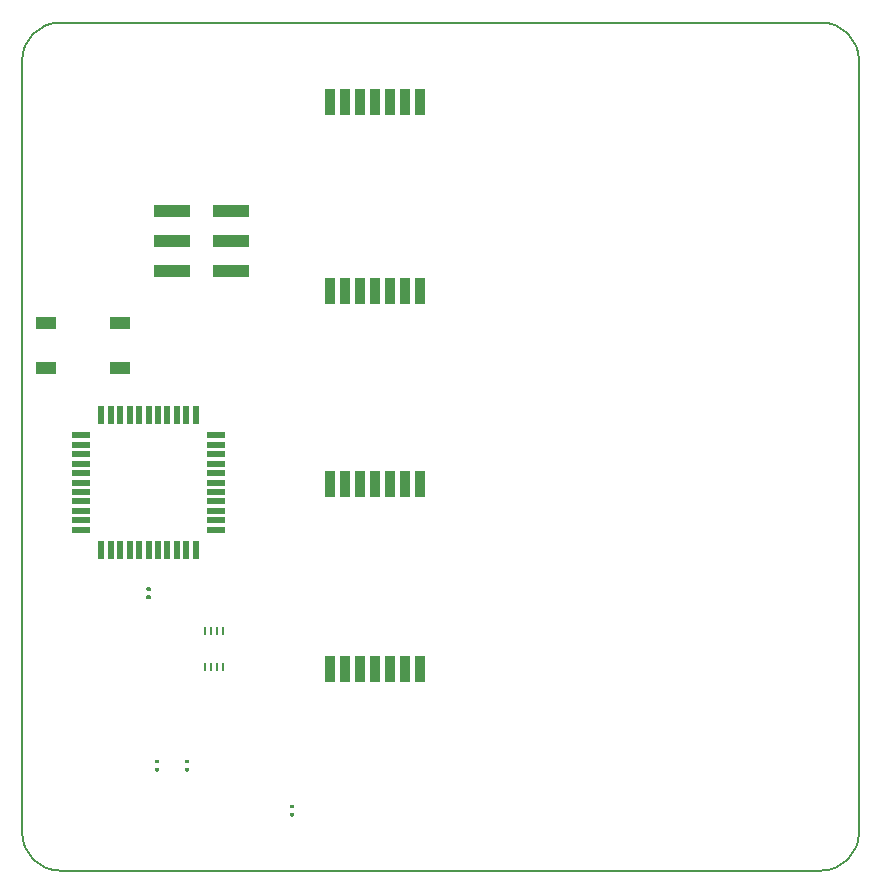
<source format=gbr>
%TF.GenerationSoftware,KiCad,Pcbnew,6.0.0-rc1-unknown-4a57541~66~ubuntu18.04.1*%
%TF.CreationDate,2018-09-13T10:12:08-06:00*%
%TF.ProjectId,thelio-io,7468656C696F2D696F2E6B696361645F,rev?*%
%TF.SameCoordinates,Original*%
%TF.FileFunction,Paste,Bot*%
%TF.FilePolarity,Positive*%
%FSLAX46Y46*%
G04 Gerber Fmt 4.6, Leading zero omitted, Abs format (unit mm)*
G04 Created by KiCad (PCBNEW 6.0.0-rc1-unknown-4a57541~66~ubuntu18.04.1) date Thu Sep 13 10:12:08 2018*
%MOMM*%
%LPD*%
G01*
G04 APERTURE LIST*
%ADD10C,0.150000*%
%ADD11C,0.200000*%
%ADD12R,3.150000X1.000000*%
%ADD13R,1.700000X1.000000*%
%ADD14R,0.900000X2.300000*%
%ADD15C,0.350000*%
%ADD16C,0.318000*%
%ADD17R,0.250000X0.750000*%
%ADD18R,1.500000X0.550000*%
%ADD19R,0.550000X1.500000*%
G04 APERTURE END LIST*
D10*
X70850000Y-68600000D02*
G75*
G02X67650000Y-71800000I-3200000J0D01*
G01*
D11*
X3200000Y-71800000D02*
G75*
G02X0Y-68600000I0J3200000D01*
G01*
X67650000Y-71800000D02*
X3200000Y-71800000D01*
X70850000Y-3200000D02*
X70850000Y-68600000D01*
X0Y-3200000D02*
G75*
G02X3200000Y0I3200000J0D01*
G01*
X67650000Y0D02*
G75*
G02X70850000Y-3200000I0J-3200000D01*
G01*
X0Y-68600000D02*
X0Y-3200000D01*
X3200000Y0D02*
X67650000Y0D01*
D12*
%TO.C,ICSP0*%
X17705000Y-15920000D03*
X12655000Y-15920000D03*
X17705000Y-18460000D03*
X12655000Y-18460000D03*
X17705000Y-21000000D03*
X12655000Y-21000000D03*
%TD*%
D13*
%TO.C,B0*%
X2000000Y-29250000D03*
X8300000Y-29250000D03*
X2000000Y-25450000D03*
X8300000Y-25450000D03*
%TD*%
D14*
%TO.C,DATA2*%
X33720000Y-22760000D03*
X32450000Y-22760000D03*
X31180000Y-22760000D03*
X29910000Y-22760000D03*
X28640000Y-22760000D03*
X27370000Y-22760000D03*
X26100000Y-22760000D03*
%TD*%
%TO.C,DATA0*%
X33720000Y-6760000D03*
X32450000Y-6760000D03*
X31180000Y-6760000D03*
X29910000Y-6760000D03*
X28640000Y-6760000D03*
X27370000Y-6760000D03*
X26100000Y-6760000D03*
%TD*%
%TO.C,DATA3*%
X33720000Y-54760000D03*
X32450000Y-54760000D03*
X31180000Y-54760000D03*
X29910000Y-54760000D03*
X28640000Y-54760000D03*
X27370000Y-54760000D03*
X26100000Y-54760000D03*
%TD*%
%TO.C,DATA1*%
X33720000Y-39110000D03*
X32450000Y-39110000D03*
X31180000Y-39110000D03*
X29910000Y-39110000D03*
X28640000Y-39110000D03*
X27370000Y-39110000D03*
X26100000Y-39110000D03*
%TD*%
D15*
%TO.C,C0*%
G36*
X10808292Y-48491383D02*
X10816010Y-48492528D01*
X10823578Y-48494423D01*
X10830923Y-48497052D01*
X10837976Y-48500387D01*
X10844668Y-48504398D01*
X10850934Y-48509046D01*
X10856715Y-48514285D01*
X10861954Y-48520066D01*
X10866602Y-48526332D01*
X10870613Y-48533024D01*
X10873948Y-48540077D01*
X10876577Y-48547422D01*
X10878472Y-48554990D01*
X10879617Y-48562708D01*
X10880000Y-48570500D01*
X10880000Y-48729500D01*
X10879617Y-48737292D01*
X10878472Y-48745010D01*
X10876577Y-48752578D01*
X10873948Y-48759923D01*
X10870613Y-48766976D01*
X10866602Y-48773668D01*
X10861954Y-48779934D01*
X10856715Y-48785715D01*
X10850934Y-48790954D01*
X10844668Y-48795602D01*
X10837976Y-48799613D01*
X10830923Y-48802948D01*
X10823578Y-48805577D01*
X10816010Y-48807472D01*
X10808292Y-48808617D01*
X10800500Y-48809000D01*
X10599500Y-48809000D01*
X10591708Y-48808617D01*
X10583990Y-48807472D01*
X10576422Y-48805577D01*
X10569077Y-48802948D01*
X10562024Y-48799613D01*
X10555332Y-48795602D01*
X10549066Y-48790954D01*
X10543285Y-48785715D01*
X10538046Y-48779934D01*
X10533398Y-48773668D01*
X10529387Y-48766976D01*
X10526052Y-48759923D01*
X10523423Y-48752578D01*
X10521528Y-48745010D01*
X10520383Y-48737292D01*
X10520000Y-48729500D01*
X10520000Y-48570500D01*
X10520383Y-48562708D01*
X10521528Y-48554990D01*
X10523423Y-48547422D01*
X10526052Y-48540077D01*
X10529387Y-48533024D01*
X10533398Y-48526332D01*
X10538046Y-48520066D01*
X10543285Y-48514285D01*
X10549066Y-48509046D01*
X10555332Y-48504398D01*
X10562024Y-48500387D01*
X10569077Y-48497052D01*
X10576422Y-48494423D01*
X10583990Y-48492528D01*
X10591708Y-48491383D01*
X10599500Y-48491000D01*
X10800500Y-48491000D01*
X10808292Y-48491383D01*
X10808292Y-48491383D01*
G37*
D16*
X10700000Y-48650000D03*
D15*
G36*
X10808292Y-47801383D02*
X10816010Y-47802528D01*
X10823578Y-47804423D01*
X10830923Y-47807052D01*
X10837976Y-47810387D01*
X10844668Y-47814398D01*
X10850934Y-47819046D01*
X10856715Y-47824285D01*
X10861954Y-47830066D01*
X10866602Y-47836332D01*
X10870613Y-47843024D01*
X10873948Y-47850077D01*
X10876577Y-47857422D01*
X10878472Y-47864990D01*
X10879617Y-47872708D01*
X10880000Y-47880500D01*
X10880000Y-48039500D01*
X10879617Y-48047292D01*
X10878472Y-48055010D01*
X10876577Y-48062578D01*
X10873948Y-48069923D01*
X10870613Y-48076976D01*
X10866602Y-48083668D01*
X10861954Y-48089934D01*
X10856715Y-48095715D01*
X10850934Y-48100954D01*
X10844668Y-48105602D01*
X10837976Y-48109613D01*
X10830923Y-48112948D01*
X10823578Y-48115577D01*
X10816010Y-48117472D01*
X10808292Y-48118617D01*
X10800500Y-48119000D01*
X10599500Y-48119000D01*
X10591708Y-48118617D01*
X10583990Y-48117472D01*
X10576422Y-48115577D01*
X10569077Y-48112948D01*
X10562024Y-48109613D01*
X10555332Y-48105602D01*
X10549066Y-48100954D01*
X10543285Y-48095715D01*
X10538046Y-48089934D01*
X10533398Y-48083668D01*
X10529387Y-48076976D01*
X10526052Y-48069923D01*
X10523423Y-48062578D01*
X10521528Y-48055010D01*
X10520383Y-48047292D01*
X10520000Y-48039500D01*
X10520000Y-47880500D01*
X10520383Y-47872708D01*
X10521528Y-47864990D01*
X10523423Y-47857422D01*
X10526052Y-47850077D01*
X10529387Y-47843024D01*
X10533398Y-47836332D01*
X10538046Y-47830066D01*
X10543285Y-47824285D01*
X10549066Y-47819046D01*
X10555332Y-47814398D01*
X10562024Y-47810387D01*
X10569077Y-47807052D01*
X10576422Y-47804423D01*
X10583990Y-47802528D01*
X10591708Y-47801383D01*
X10599500Y-47801000D01*
X10800500Y-47801000D01*
X10808292Y-47801383D01*
X10808292Y-47801383D01*
G37*
D16*
X10700000Y-47960000D03*
%TD*%
D15*
%TO.C,R0*%
G36*
X11538292Y-62406383D02*
X11546010Y-62407528D01*
X11553578Y-62409423D01*
X11560923Y-62412052D01*
X11567976Y-62415387D01*
X11574668Y-62419398D01*
X11580934Y-62424046D01*
X11586715Y-62429285D01*
X11591954Y-62435066D01*
X11596602Y-62441332D01*
X11600613Y-62448024D01*
X11603948Y-62455077D01*
X11606577Y-62462422D01*
X11608472Y-62469990D01*
X11609617Y-62477708D01*
X11610000Y-62485500D01*
X11610000Y-62644500D01*
X11609617Y-62652292D01*
X11608472Y-62660010D01*
X11606577Y-62667578D01*
X11603948Y-62674923D01*
X11600613Y-62681976D01*
X11596602Y-62688668D01*
X11591954Y-62694934D01*
X11586715Y-62700715D01*
X11580934Y-62705954D01*
X11574668Y-62710602D01*
X11567976Y-62714613D01*
X11560923Y-62717948D01*
X11553578Y-62720577D01*
X11546010Y-62722472D01*
X11538292Y-62723617D01*
X11530500Y-62724000D01*
X11329500Y-62724000D01*
X11321708Y-62723617D01*
X11313990Y-62722472D01*
X11306422Y-62720577D01*
X11299077Y-62717948D01*
X11292024Y-62714613D01*
X11285332Y-62710602D01*
X11279066Y-62705954D01*
X11273285Y-62700715D01*
X11268046Y-62694934D01*
X11263398Y-62688668D01*
X11259387Y-62681976D01*
X11256052Y-62674923D01*
X11253423Y-62667578D01*
X11251528Y-62660010D01*
X11250383Y-62652292D01*
X11250000Y-62644500D01*
X11250000Y-62485500D01*
X11250383Y-62477708D01*
X11251528Y-62469990D01*
X11253423Y-62462422D01*
X11256052Y-62455077D01*
X11259387Y-62448024D01*
X11263398Y-62441332D01*
X11268046Y-62435066D01*
X11273285Y-62429285D01*
X11279066Y-62424046D01*
X11285332Y-62419398D01*
X11292024Y-62415387D01*
X11299077Y-62412052D01*
X11306422Y-62409423D01*
X11313990Y-62407528D01*
X11321708Y-62406383D01*
X11329500Y-62406000D01*
X11530500Y-62406000D01*
X11538292Y-62406383D01*
X11538292Y-62406383D01*
G37*
D16*
X11430000Y-62565000D03*
D15*
G36*
X11538292Y-63096383D02*
X11546010Y-63097528D01*
X11553578Y-63099423D01*
X11560923Y-63102052D01*
X11567976Y-63105387D01*
X11574668Y-63109398D01*
X11580934Y-63114046D01*
X11586715Y-63119285D01*
X11591954Y-63125066D01*
X11596602Y-63131332D01*
X11600613Y-63138024D01*
X11603948Y-63145077D01*
X11606577Y-63152422D01*
X11608472Y-63159990D01*
X11609617Y-63167708D01*
X11610000Y-63175500D01*
X11610000Y-63334500D01*
X11609617Y-63342292D01*
X11608472Y-63350010D01*
X11606577Y-63357578D01*
X11603948Y-63364923D01*
X11600613Y-63371976D01*
X11596602Y-63378668D01*
X11591954Y-63384934D01*
X11586715Y-63390715D01*
X11580934Y-63395954D01*
X11574668Y-63400602D01*
X11567976Y-63404613D01*
X11560923Y-63407948D01*
X11553578Y-63410577D01*
X11546010Y-63412472D01*
X11538292Y-63413617D01*
X11530500Y-63414000D01*
X11329500Y-63414000D01*
X11321708Y-63413617D01*
X11313990Y-63412472D01*
X11306422Y-63410577D01*
X11299077Y-63407948D01*
X11292024Y-63404613D01*
X11285332Y-63400602D01*
X11279066Y-63395954D01*
X11273285Y-63390715D01*
X11268046Y-63384934D01*
X11263398Y-63378668D01*
X11259387Y-63371976D01*
X11256052Y-63364923D01*
X11253423Y-63357578D01*
X11251528Y-63350010D01*
X11250383Y-63342292D01*
X11250000Y-63334500D01*
X11250000Y-63175500D01*
X11250383Y-63167708D01*
X11251528Y-63159990D01*
X11253423Y-63152422D01*
X11256052Y-63145077D01*
X11259387Y-63138024D01*
X11263398Y-63131332D01*
X11268046Y-63125066D01*
X11273285Y-63119285D01*
X11279066Y-63114046D01*
X11285332Y-63109398D01*
X11292024Y-63105387D01*
X11299077Y-63102052D01*
X11306422Y-63099423D01*
X11313990Y-63097528D01*
X11321708Y-63096383D01*
X11329500Y-63096000D01*
X11530500Y-63096000D01*
X11538292Y-63096383D01*
X11538292Y-63096383D01*
G37*
D16*
X11430000Y-63255000D03*
%TD*%
D15*
%TO.C,R1*%
G36*
X14078292Y-62406383D02*
X14086010Y-62407528D01*
X14093578Y-62409423D01*
X14100923Y-62412052D01*
X14107976Y-62415387D01*
X14114668Y-62419398D01*
X14120934Y-62424046D01*
X14126715Y-62429285D01*
X14131954Y-62435066D01*
X14136602Y-62441332D01*
X14140613Y-62448024D01*
X14143948Y-62455077D01*
X14146577Y-62462422D01*
X14148472Y-62469990D01*
X14149617Y-62477708D01*
X14150000Y-62485500D01*
X14150000Y-62644500D01*
X14149617Y-62652292D01*
X14148472Y-62660010D01*
X14146577Y-62667578D01*
X14143948Y-62674923D01*
X14140613Y-62681976D01*
X14136602Y-62688668D01*
X14131954Y-62694934D01*
X14126715Y-62700715D01*
X14120934Y-62705954D01*
X14114668Y-62710602D01*
X14107976Y-62714613D01*
X14100923Y-62717948D01*
X14093578Y-62720577D01*
X14086010Y-62722472D01*
X14078292Y-62723617D01*
X14070500Y-62724000D01*
X13869500Y-62724000D01*
X13861708Y-62723617D01*
X13853990Y-62722472D01*
X13846422Y-62720577D01*
X13839077Y-62717948D01*
X13832024Y-62714613D01*
X13825332Y-62710602D01*
X13819066Y-62705954D01*
X13813285Y-62700715D01*
X13808046Y-62694934D01*
X13803398Y-62688668D01*
X13799387Y-62681976D01*
X13796052Y-62674923D01*
X13793423Y-62667578D01*
X13791528Y-62660010D01*
X13790383Y-62652292D01*
X13790000Y-62644500D01*
X13790000Y-62485500D01*
X13790383Y-62477708D01*
X13791528Y-62469990D01*
X13793423Y-62462422D01*
X13796052Y-62455077D01*
X13799387Y-62448024D01*
X13803398Y-62441332D01*
X13808046Y-62435066D01*
X13813285Y-62429285D01*
X13819066Y-62424046D01*
X13825332Y-62419398D01*
X13832024Y-62415387D01*
X13839077Y-62412052D01*
X13846422Y-62409423D01*
X13853990Y-62407528D01*
X13861708Y-62406383D01*
X13869500Y-62406000D01*
X14070500Y-62406000D01*
X14078292Y-62406383D01*
X14078292Y-62406383D01*
G37*
D16*
X13970000Y-62565000D03*
D15*
G36*
X14078292Y-63096383D02*
X14086010Y-63097528D01*
X14093578Y-63099423D01*
X14100923Y-63102052D01*
X14107976Y-63105387D01*
X14114668Y-63109398D01*
X14120934Y-63114046D01*
X14126715Y-63119285D01*
X14131954Y-63125066D01*
X14136602Y-63131332D01*
X14140613Y-63138024D01*
X14143948Y-63145077D01*
X14146577Y-63152422D01*
X14148472Y-63159990D01*
X14149617Y-63167708D01*
X14150000Y-63175500D01*
X14150000Y-63334500D01*
X14149617Y-63342292D01*
X14148472Y-63350010D01*
X14146577Y-63357578D01*
X14143948Y-63364923D01*
X14140613Y-63371976D01*
X14136602Y-63378668D01*
X14131954Y-63384934D01*
X14126715Y-63390715D01*
X14120934Y-63395954D01*
X14114668Y-63400602D01*
X14107976Y-63404613D01*
X14100923Y-63407948D01*
X14093578Y-63410577D01*
X14086010Y-63412472D01*
X14078292Y-63413617D01*
X14070500Y-63414000D01*
X13869500Y-63414000D01*
X13861708Y-63413617D01*
X13853990Y-63412472D01*
X13846422Y-63410577D01*
X13839077Y-63407948D01*
X13832024Y-63404613D01*
X13825332Y-63400602D01*
X13819066Y-63395954D01*
X13813285Y-63390715D01*
X13808046Y-63384934D01*
X13803398Y-63378668D01*
X13799387Y-63371976D01*
X13796052Y-63364923D01*
X13793423Y-63357578D01*
X13791528Y-63350010D01*
X13790383Y-63342292D01*
X13790000Y-63334500D01*
X13790000Y-63175500D01*
X13790383Y-63167708D01*
X13791528Y-63159990D01*
X13793423Y-63152422D01*
X13796052Y-63145077D01*
X13799387Y-63138024D01*
X13803398Y-63131332D01*
X13808046Y-63125066D01*
X13813285Y-63119285D01*
X13819066Y-63114046D01*
X13825332Y-63109398D01*
X13832024Y-63105387D01*
X13839077Y-63102052D01*
X13846422Y-63099423D01*
X13853990Y-63097528D01*
X13861708Y-63096383D01*
X13869500Y-63096000D01*
X14070500Y-63096000D01*
X14078292Y-63096383D01*
X14078292Y-63096383D01*
G37*
D16*
X13970000Y-63255000D03*
%TD*%
D15*
%TO.C,R2*%
G36*
X22968292Y-66906383D02*
X22976010Y-66907528D01*
X22983578Y-66909423D01*
X22990923Y-66912052D01*
X22997976Y-66915387D01*
X23004668Y-66919398D01*
X23010934Y-66924046D01*
X23016715Y-66929285D01*
X23021954Y-66935066D01*
X23026602Y-66941332D01*
X23030613Y-66948024D01*
X23033948Y-66955077D01*
X23036577Y-66962422D01*
X23038472Y-66969990D01*
X23039617Y-66977708D01*
X23040000Y-66985500D01*
X23040000Y-67144500D01*
X23039617Y-67152292D01*
X23038472Y-67160010D01*
X23036577Y-67167578D01*
X23033948Y-67174923D01*
X23030613Y-67181976D01*
X23026602Y-67188668D01*
X23021954Y-67194934D01*
X23016715Y-67200715D01*
X23010934Y-67205954D01*
X23004668Y-67210602D01*
X22997976Y-67214613D01*
X22990923Y-67217948D01*
X22983578Y-67220577D01*
X22976010Y-67222472D01*
X22968292Y-67223617D01*
X22960500Y-67224000D01*
X22759500Y-67224000D01*
X22751708Y-67223617D01*
X22743990Y-67222472D01*
X22736422Y-67220577D01*
X22729077Y-67217948D01*
X22722024Y-67214613D01*
X22715332Y-67210602D01*
X22709066Y-67205954D01*
X22703285Y-67200715D01*
X22698046Y-67194934D01*
X22693398Y-67188668D01*
X22689387Y-67181976D01*
X22686052Y-67174923D01*
X22683423Y-67167578D01*
X22681528Y-67160010D01*
X22680383Y-67152292D01*
X22680000Y-67144500D01*
X22680000Y-66985500D01*
X22680383Y-66977708D01*
X22681528Y-66969990D01*
X22683423Y-66962422D01*
X22686052Y-66955077D01*
X22689387Y-66948024D01*
X22693398Y-66941332D01*
X22698046Y-66935066D01*
X22703285Y-66929285D01*
X22709066Y-66924046D01*
X22715332Y-66919398D01*
X22722024Y-66915387D01*
X22729077Y-66912052D01*
X22736422Y-66909423D01*
X22743990Y-66907528D01*
X22751708Y-66906383D01*
X22759500Y-66906000D01*
X22960500Y-66906000D01*
X22968292Y-66906383D01*
X22968292Y-66906383D01*
G37*
D16*
X22860000Y-67065000D03*
D15*
G36*
X22968292Y-66216383D02*
X22976010Y-66217528D01*
X22983578Y-66219423D01*
X22990923Y-66222052D01*
X22997976Y-66225387D01*
X23004668Y-66229398D01*
X23010934Y-66234046D01*
X23016715Y-66239285D01*
X23021954Y-66245066D01*
X23026602Y-66251332D01*
X23030613Y-66258024D01*
X23033948Y-66265077D01*
X23036577Y-66272422D01*
X23038472Y-66279990D01*
X23039617Y-66287708D01*
X23040000Y-66295500D01*
X23040000Y-66454500D01*
X23039617Y-66462292D01*
X23038472Y-66470010D01*
X23036577Y-66477578D01*
X23033948Y-66484923D01*
X23030613Y-66491976D01*
X23026602Y-66498668D01*
X23021954Y-66504934D01*
X23016715Y-66510715D01*
X23010934Y-66515954D01*
X23004668Y-66520602D01*
X22997976Y-66524613D01*
X22990923Y-66527948D01*
X22983578Y-66530577D01*
X22976010Y-66532472D01*
X22968292Y-66533617D01*
X22960500Y-66534000D01*
X22759500Y-66534000D01*
X22751708Y-66533617D01*
X22743990Y-66532472D01*
X22736422Y-66530577D01*
X22729077Y-66527948D01*
X22722024Y-66524613D01*
X22715332Y-66520602D01*
X22709066Y-66515954D01*
X22703285Y-66510715D01*
X22698046Y-66504934D01*
X22693398Y-66498668D01*
X22689387Y-66491976D01*
X22686052Y-66484923D01*
X22683423Y-66477578D01*
X22681528Y-66470010D01*
X22680383Y-66462292D01*
X22680000Y-66454500D01*
X22680000Y-66295500D01*
X22680383Y-66287708D01*
X22681528Y-66279990D01*
X22683423Y-66272422D01*
X22686052Y-66265077D01*
X22689387Y-66258024D01*
X22693398Y-66251332D01*
X22698046Y-66245066D01*
X22703285Y-66239285D01*
X22709066Y-66234046D01*
X22715332Y-66229398D01*
X22722024Y-66225387D01*
X22729077Y-66222052D01*
X22736422Y-66219423D01*
X22743990Y-66217528D01*
X22751708Y-66216383D01*
X22759500Y-66216000D01*
X22960500Y-66216000D01*
X22968292Y-66216383D01*
X22968292Y-66216383D01*
G37*
D16*
X22860000Y-66375000D03*
%TD*%
D17*
%TO.C,CPUMUX0*%
X16975000Y-51480000D03*
X16475000Y-51480000D03*
X15975000Y-51480000D03*
X15475000Y-51480000D03*
X15475000Y-54580000D03*
X15975000Y-54580000D03*
X16475000Y-54580000D03*
X16975000Y-54580000D03*
%TD*%
D18*
%TO.C,AVR0*%
X16400000Y-42950000D03*
X16400000Y-42150000D03*
X16400000Y-41350000D03*
X16400000Y-40550000D03*
X16400000Y-39750000D03*
X16400000Y-38950000D03*
X16400000Y-38150000D03*
X16400000Y-37350000D03*
X16400000Y-36550000D03*
X16400000Y-35750000D03*
X16400000Y-34950000D03*
D19*
X14700000Y-33250000D03*
X13900000Y-33250000D03*
X13100000Y-33250000D03*
X12300000Y-33250000D03*
X11500000Y-33250000D03*
X10700000Y-33250000D03*
X9900000Y-33250000D03*
X9100000Y-33250000D03*
X8300000Y-33250000D03*
X7500000Y-33250000D03*
X6700000Y-33250000D03*
D18*
X5000000Y-34950000D03*
X5000000Y-35750000D03*
X5000000Y-36550000D03*
X5000000Y-37350000D03*
X5000000Y-38150000D03*
X5000000Y-38950000D03*
X5000000Y-39750000D03*
X5000000Y-40550000D03*
X5000000Y-41350000D03*
X5000000Y-42150000D03*
X5000000Y-42950000D03*
D19*
X6700000Y-44650000D03*
X7500000Y-44650000D03*
X8300000Y-44650000D03*
X9100000Y-44650000D03*
X9900000Y-44650000D03*
X10700000Y-44650000D03*
X11500000Y-44650000D03*
X12300000Y-44650000D03*
X13100000Y-44650000D03*
X13900000Y-44650000D03*
X14700000Y-44650000D03*
%TD*%
M02*

</source>
